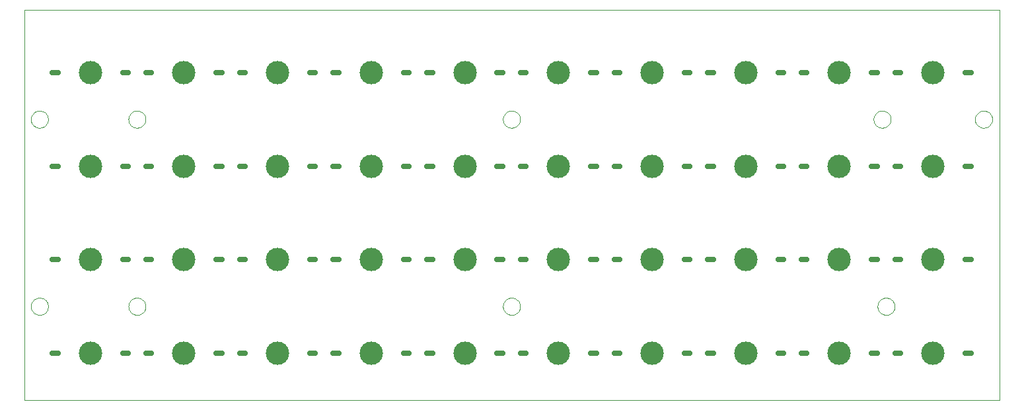
<source format=gtp>
G75*
G70*
%OFA0B0*%
%FSLAX24Y24*%
%IPPOS*%
%LPD*%
%AMOC8*
5,1,8,0,0,1.08239X$1,22.5*
%
%ADD10C,0.0000*%
%ADD11C,0.1181*%
%ADD12C,0.0280*%
D10*
X001762Y001671D02*
X001762Y021392D01*
X050959Y021392D01*
X050959Y001671D01*
X001762Y001671D01*
X002093Y006408D02*
X002095Y006450D01*
X002101Y006491D01*
X002111Y006532D01*
X002125Y006571D01*
X002143Y006609D01*
X002164Y006645D01*
X002188Y006679D01*
X002216Y006710D01*
X002247Y006739D01*
X002280Y006764D01*
X002316Y006786D01*
X002353Y006805D01*
X002392Y006820D01*
X002433Y006831D01*
X002474Y006838D01*
X002516Y006841D01*
X002557Y006840D01*
X002599Y006835D01*
X002640Y006826D01*
X002680Y006813D01*
X002718Y006796D01*
X002754Y006776D01*
X002789Y006752D01*
X002821Y006725D01*
X002850Y006695D01*
X002876Y006663D01*
X002899Y006628D01*
X002919Y006590D01*
X002934Y006552D01*
X002946Y006512D01*
X002954Y006471D01*
X002958Y006429D01*
X002958Y006387D01*
X002954Y006345D01*
X002946Y006304D01*
X002934Y006264D01*
X002919Y006226D01*
X002899Y006188D01*
X002876Y006153D01*
X002850Y006121D01*
X002821Y006091D01*
X002789Y006064D01*
X002754Y006040D01*
X002718Y006020D01*
X002680Y006003D01*
X002640Y005990D01*
X002599Y005981D01*
X002557Y005976D01*
X002516Y005975D01*
X002474Y005978D01*
X002433Y005985D01*
X002392Y005996D01*
X002353Y006011D01*
X002316Y006030D01*
X002280Y006052D01*
X002247Y006077D01*
X002216Y006106D01*
X002188Y006137D01*
X002164Y006171D01*
X002143Y006207D01*
X002125Y006245D01*
X002111Y006284D01*
X002101Y006325D01*
X002095Y006366D01*
X002093Y006408D01*
X007014Y006408D02*
X007016Y006450D01*
X007022Y006491D01*
X007032Y006532D01*
X007046Y006571D01*
X007064Y006609D01*
X007085Y006645D01*
X007109Y006679D01*
X007137Y006710D01*
X007168Y006739D01*
X007201Y006764D01*
X007237Y006786D01*
X007274Y006805D01*
X007313Y006820D01*
X007354Y006831D01*
X007395Y006838D01*
X007437Y006841D01*
X007478Y006840D01*
X007520Y006835D01*
X007561Y006826D01*
X007601Y006813D01*
X007639Y006796D01*
X007675Y006776D01*
X007710Y006752D01*
X007742Y006725D01*
X007771Y006695D01*
X007797Y006663D01*
X007820Y006628D01*
X007840Y006590D01*
X007855Y006552D01*
X007867Y006512D01*
X007875Y006471D01*
X007879Y006429D01*
X007879Y006387D01*
X007875Y006345D01*
X007867Y006304D01*
X007855Y006264D01*
X007840Y006226D01*
X007820Y006188D01*
X007797Y006153D01*
X007771Y006121D01*
X007742Y006091D01*
X007710Y006064D01*
X007675Y006040D01*
X007639Y006020D01*
X007601Y006003D01*
X007561Y005990D01*
X007520Y005981D01*
X007478Y005976D01*
X007437Y005975D01*
X007395Y005978D01*
X007354Y005985D01*
X007313Y005996D01*
X007274Y006011D01*
X007237Y006030D01*
X007201Y006052D01*
X007168Y006077D01*
X007137Y006106D01*
X007109Y006137D01*
X007085Y006171D01*
X007064Y006207D01*
X007046Y006245D01*
X007032Y006284D01*
X007022Y006325D01*
X007016Y006366D01*
X007014Y006408D01*
X025912Y006408D02*
X025914Y006450D01*
X025920Y006491D01*
X025930Y006532D01*
X025944Y006571D01*
X025962Y006609D01*
X025983Y006645D01*
X026007Y006679D01*
X026035Y006710D01*
X026066Y006739D01*
X026099Y006764D01*
X026135Y006786D01*
X026172Y006805D01*
X026211Y006820D01*
X026252Y006831D01*
X026293Y006838D01*
X026335Y006841D01*
X026376Y006840D01*
X026418Y006835D01*
X026459Y006826D01*
X026499Y006813D01*
X026537Y006796D01*
X026573Y006776D01*
X026608Y006752D01*
X026640Y006725D01*
X026669Y006695D01*
X026695Y006663D01*
X026718Y006628D01*
X026738Y006590D01*
X026753Y006552D01*
X026765Y006512D01*
X026773Y006471D01*
X026777Y006429D01*
X026777Y006387D01*
X026773Y006345D01*
X026765Y006304D01*
X026753Y006264D01*
X026738Y006226D01*
X026718Y006188D01*
X026695Y006153D01*
X026669Y006121D01*
X026640Y006091D01*
X026608Y006064D01*
X026573Y006040D01*
X026537Y006020D01*
X026499Y006003D01*
X026459Y005990D01*
X026418Y005981D01*
X026376Y005976D01*
X026335Y005975D01*
X026293Y005978D01*
X026252Y005985D01*
X026211Y005996D01*
X026172Y006011D01*
X026135Y006030D01*
X026099Y006052D01*
X026066Y006077D01*
X026035Y006106D01*
X026007Y006137D01*
X025983Y006171D01*
X025962Y006207D01*
X025944Y006245D01*
X025930Y006284D01*
X025920Y006325D01*
X025914Y006366D01*
X025912Y006408D01*
X044809Y006408D02*
X044811Y006450D01*
X044817Y006491D01*
X044827Y006532D01*
X044841Y006571D01*
X044859Y006609D01*
X044880Y006645D01*
X044904Y006679D01*
X044932Y006710D01*
X044963Y006739D01*
X044996Y006764D01*
X045032Y006786D01*
X045069Y006805D01*
X045108Y006820D01*
X045149Y006831D01*
X045190Y006838D01*
X045232Y006841D01*
X045273Y006840D01*
X045315Y006835D01*
X045356Y006826D01*
X045396Y006813D01*
X045434Y006796D01*
X045470Y006776D01*
X045505Y006752D01*
X045537Y006725D01*
X045566Y006695D01*
X045592Y006663D01*
X045615Y006628D01*
X045635Y006590D01*
X045650Y006552D01*
X045662Y006512D01*
X045670Y006471D01*
X045674Y006429D01*
X045674Y006387D01*
X045670Y006345D01*
X045662Y006304D01*
X045650Y006264D01*
X045635Y006226D01*
X045615Y006188D01*
X045592Y006153D01*
X045566Y006121D01*
X045537Y006091D01*
X045505Y006064D01*
X045470Y006040D01*
X045434Y006020D01*
X045396Y006003D01*
X045356Y005990D01*
X045315Y005981D01*
X045273Y005976D01*
X045232Y005975D01*
X045190Y005978D01*
X045149Y005985D01*
X045108Y005996D01*
X045069Y006011D01*
X045032Y006030D01*
X044996Y006052D01*
X044963Y006077D01*
X044932Y006106D01*
X044904Y006137D01*
X044880Y006171D01*
X044859Y006207D01*
X044841Y006245D01*
X044827Y006284D01*
X044817Y006325D01*
X044811Y006366D01*
X044809Y006408D01*
X044612Y015856D02*
X044614Y015898D01*
X044620Y015939D01*
X044630Y015980D01*
X044644Y016019D01*
X044662Y016057D01*
X044683Y016093D01*
X044707Y016127D01*
X044735Y016158D01*
X044766Y016187D01*
X044799Y016212D01*
X044835Y016234D01*
X044872Y016253D01*
X044911Y016268D01*
X044952Y016279D01*
X044993Y016286D01*
X045035Y016289D01*
X045076Y016288D01*
X045118Y016283D01*
X045159Y016274D01*
X045199Y016261D01*
X045237Y016244D01*
X045273Y016224D01*
X045308Y016200D01*
X045340Y016173D01*
X045369Y016143D01*
X045395Y016111D01*
X045418Y016076D01*
X045438Y016038D01*
X045453Y016000D01*
X045465Y015960D01*
X045473Y015919D01*
X045477Y015877D01*
X045477Y015835D01*
X045473Y015793D01*
X045465Y015752D01*
X045453Y015712D01*
X045438Y015674D01*
X045418Y015636D01*
X045395Y015601D01*
X045369Y015569D01*
X045340Y015539D01*
X045308Y015512D01*
X045273Y015488D01*
X045237Y015468D01*
X045199Y015451D01*
X045159Y015438D01*
X045118Y015429D01*
X045076Y015424D01*
X045035Y015423D01*
X044993Y015426D01*
X044952Y015433D01*
X044911Y015444D01*
X044872Y015459D01*
X044835Y015478D01*
X044799Y015500D01*
X044766Y015525D01*
X044735Y015554D01*
X044707Y015585D01*
X044683Y015619D01*
X044662Y015655D01*
X044644Y015693D01*
X044630Y015732D01*
X044620Y015773D01*
X044614Y015814D01*
X044612Y015856D01*
X049730Y015856D02*
X049732Y015898D01*
X049738Y015939D01*
X049748Y015980D01*
X049762Y016019D01*
X049780Y016057D01*
X049801Y016093D01*
X049825Y016127D01*
X049853Y016158D01*
X049884Y016187D01*
X049917Y016212D01*
X049953Y016234D01*
X049990Y016253D01*
X050029Y016268D01*
X050070Y016279D01*
X050111Y016286D01*
X050153Y016289D01*
X050194Y016288D01*
X050236Y016283D01*
X050277Y016274D01*
X050317Y016261D01*
X050355Y016244D01*
X050391Y016224D01*
X050426Y016200D01*
X050458Y016173D01*
X050487Y016143D01*
X050513Y016111D01*
X050536Y016076D01*
X050556Y016038D01*
X050571Y016000D01*
X050583Y015960D01*
X050591Y015919D01*
X050595Y015877D01*
X050595Y015835D01*
X050591Y015793D01*
X050583Y015752D01*
X050571Y015712D01*
X050556Y015674D01*
X050536Y015636D01*
X050513Y015601D01*
X050487Y015569D01*
X050458Y015539D01*
X050426Y015512D01*
X050391Y015488D01*
X050355Y015468D01*
X050317Y015451D01*
X050277Y015438D01*
X050236Y015429D01*
X050194Y015424D01*
X050153Y015423D01*
X050111Y015426D01*
X050070Y015433D01*
X050029Y015444D01*
X049990Y015459D01*
X049953Y015478D01*
X049917Y015500D01*
X049884Y015525D01*
X049853Y015554D01*
X049825Y015585D01*
X049801Y015619D01*
X049780Y015655D01*
X049762Y015693D01*
X049748Y015732D01*
X049738Y015773D01*
X049732Y015814D01*
X049730Y015856D01*
X025912Y015856D02*
X025914Y015898D01*
X025920Y015939D01*
X025930Y015980D01*
X025944Y016019D01*
X025962Y016057D01*
X025983Y016093D01*
X026007Y016127D01*
X026035Y016158D01*
X026066Y016187D01*
X026099Y016212D01*
X026135Y016234D01*
X026172Y016253D01*
X026211Y016268D01*
X026252Y016279D01*
X026293Y016286D01*
X026335Y016289D01*
X026376Y016288D01*
X026418Y016283D01*
X026459Y016274D01*
X026499Y016261D01*
X026537Y016244D01*
X026573Y016224D01*
X026608Y016200D01*
X026640Y016173D01*
X026669Y016143D01*
X026695Y016111D01*
X026718Y016076D01*
X026738Y016038D01*
X026753Y016000D01*
X026765Y015960D01*
X026773Y015919D01*
X026777Y015877D01*
X026777Y015835D01*
X026773Y015793D01*
X026765Y015752D01*
X026753Y015712D01*
X026738Y015674D01*
X026718Y015636D01*
X026695Y015601D01*
X026669Y015569D01*
X026640Y015539D01*
X026608Y015512D01*
X026573Y015488D01*
X026537Y015468D01*
X026499Y015451D01*
X026459Y015438D01*
X026418Y015429D01*
X026376Y015424D01*
X026335Y015423D01*
X026293Y015426D01*
X026252Y015433D01*
X026211Y015444D01*
X026172Y015459D01*
X026135Y015478D01*
X026099Y015500D01*
X026066Y015525D01*
X026035Y015554D01*
X026007Y015585D01*
X025983Y015619D01*
X025962Y015655D01*
X025944Y015693D01*
X025930Y015732D01*
X025920Y015773D01*
X025914Y015814D01*
X025912Y015856D01*
X007014Y015856D02*
X007016Y015898D01*
X007022Y015939D01*
X007032Y015980D01*
X007046Y016019D01*
X007064Y016057D01*
X007085Y016093D01*
X007109Y016127D01*
X007137Y016158D01*
X007168Y016187D01*
X007201Y016212D01*
X007237Y016234D01*
X007274Y016253D01*
X007313Y016268D01*
X007354Y016279D01*
X007395Y016286D01*
X007437Y016289D01*
X007478Y016288D01*
X007520Y016283D01*
X007561Y016274D01*
X007601Y016261D01*
X007639Y016244D01*
X007675Y016224D01*
X007710Y016200D01*
X007742Y016173D01*
X007771Y016143D01*
X007797Y016111D01*
X007820Y016076D01*
X007840Y016038D01*
X007855Y016000D01*
X007867Y015960D01*
X007875Y015919D01*
X007879Y015877D01*
X007879Y015835D01*
X007875Y015793D01*
X007867Y015752D01*
X007855Y015712D01*
X007840Y015674D01*
X007820Y015636D01*
X007797Y015601D01*
X007771Y015569D01*
X007742Y015539D01*
X007710Y015512D01*
X007675Y015488D01*
X007639Y015468D01*
X007601Y015451D01*
X007561Y015438D01*
X007520Y015429D01*
X007478Y015424D01*
X007437Y015423D01*
X007395Y015426D01*
X007354Y015433D01*
X007313Y015444D01*
X007274Y015459D01*
X007237Y015478D01*
X007201Y015500D01*
X007168Y015525D01*
X007137Y015554D01*
X007109Y015585D01*
X007085Y015619D01*
X007064Y015655D01*
X007046Y015693D01*
X007032Y015732D01*
X007022Y015773D01*
X007016Y015814D01*
X007014Y015856D01*
X002093Y015856D02*
X002095Y015898D01*
X002101Y015939D01*
X002111Y015980D01*
X002125Y016019D01*
X002143Y016057D01*
X002164Y016093D01*
X002188Y016127D01*
X002216Y016158D01*
X002247Y016187D01*
X002280Y016212D01*
X002316Y016234D01*
X002353Y016253D01*
X002392Y016268D01*
X002433Y016279D01*
X002474Y016286D01*
X002516Y016289D01*
X002557Y016288D01*
X002599Y016283D01*
X002640Y016274D01*
X002680Y016261D01*
X002718Y016244D01*
X002754Y016224D01*
X002789Y016200D01*
X002821Y016173D01*
X002850Y016143D01*
X002876Y016111D01*
X002899Y016076D01*
X002919Y016038D01*
X002934Y016000D01*
X002946Y015960D01*
X002954Y015919D01*
X002958Y015877D01*
X002958Y015835D01*
X002954Y015793D01*
X002946Y015752D01*
X002934Y015712D01*
X002919Y015674D01*
X002899Y015636D01*
X002876Y015601D01*
X002850Y015569D01*
X002821Y015539D01*
X002789Y015512D01*
X002754Y015488D01*
X002718Y015468D01*
X002680Y015451D01*
X002640Y015438D01*
X002599Y015429D01*
X002557Y015424D01*
X002516Y015423D01*
X002474Y015426D01*
X002433Y015433D01*
X002392Y015444D01*
X002353Y015459D01*
X002316Y015478D01*
X002280Y015500D01*
X002247Y015525D01*
X002216Y015554D01*
X002188Y015585D01*
X002164Y015619D01*
X002143Y015655D01*
X002125Y015693D01*
X002111Y015732D01*
X002101Y015773D01*
X002095Y015814D01*
X002093Y015856D01*
D11*
X005085Y013494D03*
X009809Y013494D03*
X014534Y013494D03*
X019258Y013494D03*
X023982Y013494D03*
X028707Y013494D03*
X033431Y013494D03*
X038156Y013494D03*
X042880Y013494D03*
X047604Y013494D03*
X047604Y018219D03*
X042880Y018219D03*
X038156Y018219D03*
X033431Y018219D03*
X028707Y018219D03*
X023982Y018219D03*
X019258Y018219D03*
X014534Y018219D03*
X009809Y018219D03*
X005085Y018219D03*
X005085Y008770D03*
X009809Y008770D03*
X014534Y008770D03*
X019258Y008770D03*
X023982Y008770D03*
X028707Y008770D03*
X033431Y008770D03*
X038156Y008770D03*
X042880Y008770D03*
X047604Y008770D03*
X047604Y004045D03*
X042880Y004045D03*
X038156Y004045D03*
X033431Y004045D03*
X028707Y004045D03*
X023982Y004045D03*
X019258Y004045D03*
X014534Y004045D03*
X009809Y004045D03*
X005085Y004045D03*
D12*
X006716Y004045D02*
X006996Y004045D01*
X007897Y004045D02*
X008177Y004045D01*
X011441Y004045D02*
X011721Y004045D01*
X012622Y004045D02*
X012902Y004045D01*
X016165Y004045D02*
X016445Y004045D01*
X017346Y004045D02*
X017626Y004045D01*
X020890Y004045D02*
X021170Y004045D01*
X022071Y004045D02*
X022351Y004045D01*
X025614Y004045D02*
X025894Y004045D01*
X026795Y004045D02*
X027075Y004045D01*
X030338Y004045D02*
X030618Y004045D01*
X031520Y004045D02*
X031800Y004045D01*
X035063Y004045D02*
X035343Y004045D01*
X036244Y004045D02*
X036524Y004045D01*
X039787Y004045D02*
X040067Y004045D01*
X040968Y004045D02*
X041248Y004045D01*
X044512Y004045D02*
X044792Y004045D01*
X045693Y004045D02*
X045973Y004045D01*
X049236Y004045D02*
X049516Y004045D01*
X049516Y008770D02*
X049236Y008770D01*
X045973Y008770D02*
X045693Y008770D01*
X044792Y008770D02*
X044512Y008770D01*
X041248Y008770D02*
X040968Y008770D01*
X040067Y008770D02*
X039787Y008770D01*
X036524Y008770D02*
X036244Y008770D01*
X035343Y008770D02*
X035063Y008770D01*
X031800Y008770D02*
X031520Y008770D01*
X030618Y008770D02*
X030338Y008770D01*
X027075Y008770D02*
X026795Y008770D01*
X025894Y008770D02*
X025614Y008770D01*
X022351Y008770D02*
X022071Y008770D01*
X021170Y008770D02*
X020890Y008770D01*
X017626Y008770D02*
X017346Y008770D01*
X016445Y008770D02*
X016165Y008770D01*
X012902Y008770D02*
X012622Y008770D01*
X011721Y008770D02*
X011441Y008770D01*
X008177Y008770D02*
X007897Y008770D01*
X006996Y008770D02*
X006716Y008770D01*
X003453Y008770D02*
X003173Y008770D01*
X003173Y004045D02*
X003453Y004045D01*
X003453Y013494D02*
X003173Y013494D01*
X006716Y013494D02*
X006996Y013494D01*
X007897Y013494D02*
X008177Y013494D01*
X011441Y013494D02*
X011721Y013494D01*
X012622Y013494D02*
X012902Y013494D01*
X016165Y013494D02*
X016445Y013494D01*
X017346Y013494D02*
X017626Y013494D01*
X020890Y013494D02*
X021170Y013494D01*
X022071Y013494D02*
X022351Y013494D01*
X025614Y013494D02*
X025894Y013494D01*
X026795Y013494D02*
X027075Y013494D01*
X030338Y013494D02*
X030618Y013494D01*
X031520Y013494D02*
X031800Y013494D01*
X035063Y013494D02*
X035343Y013494D01*
X036244Y013494D02*
X036524Y013494D01*
X039787Y013494D02*
X040067Y013494D01*
X040968Y013494D02*
X041248Y013494D01*
X044512Y013494D02*
X044792Y013494D01*
X045693Y013494D02*
X045973Y013494D01*
X049236Y013494D02*
X049516Y013494D01*
X049516Y018219D02*
X049236Y018219D01*
X045973Y018219D02*
X045693Y018219D01*
X044792Y018219D02*
X044512Y018219D01*
X041248Y018219D02*
X040968Y018219D01*
X040067Y018219D02*
X039787Y018219D01*
X036524Y018219D02*
X036244Y018219D01*
X035343Y018219D02*
X035063Y018219D01*
X031800Y018219D02*
X031520Y018219D01*
X030618Y018219D02*
X030338Y018219D01*
X027075Y018219D02*
X026795Y018219D01*
X025894Y018219D02*
X025614Y018219D01*
X022351Y018219D02*
X022071Y018219D01*
X021170Y018219D02*
X020890Y018219D01*
X017626Y018219D02*
X017346Y018219D01*
X016445Y018219D02*
X016165Y018219D01*
X012902Y018219D02*
X012622Y018219D01*
X011721Y018219D02*
X011441Y018219D01*
X008177Y018219D02*
X007897Y018219D01*
X006996Y018219D02*
X006716Y018219D01*
X003453Y018219D02*
X003173Y018219D01*
M02*

</source>
